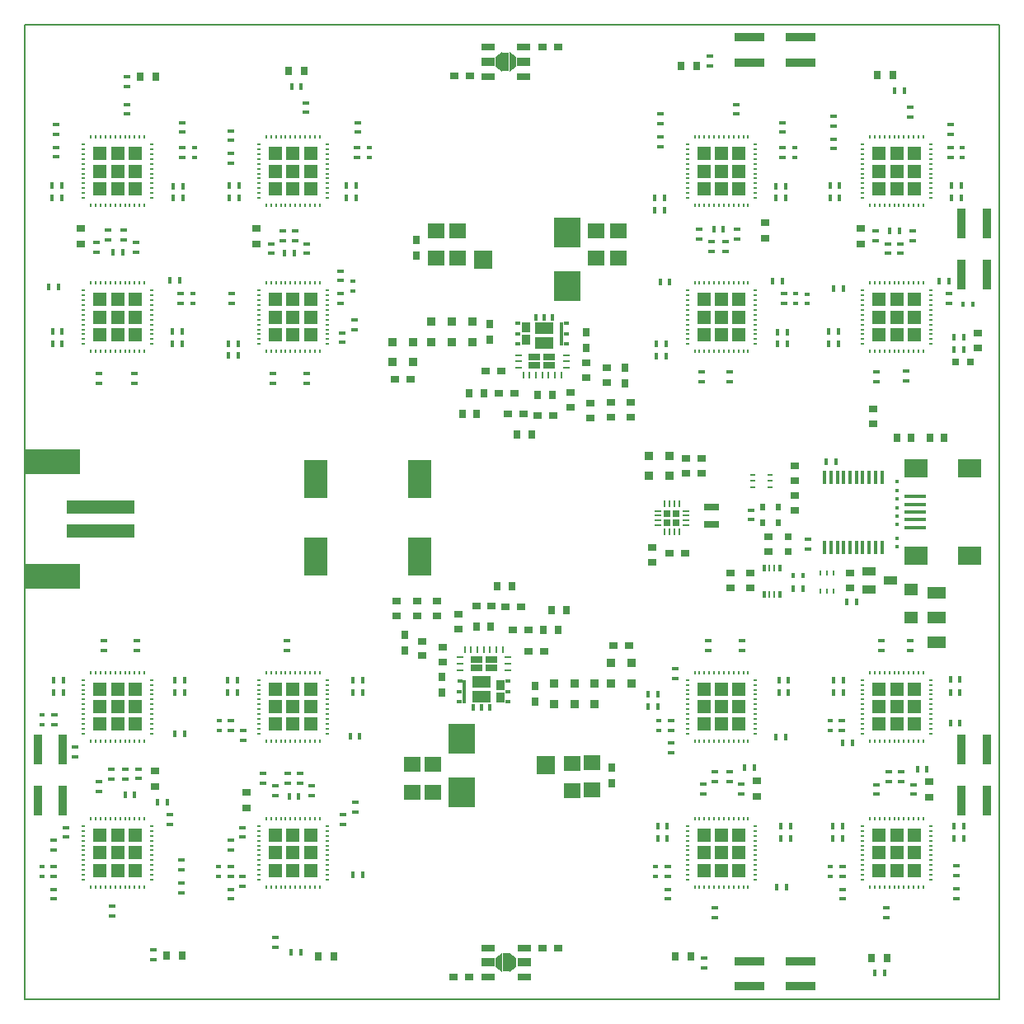
<source format=gtp>
G04 (created by PCBNEW (2013-05-16 BZR 4016)-stable) date 12. 1. 2014 16:37:08*
%MOIN*%
G04 Gerber Fmt 3.4, Leading zero omitted, Abs format*
%FSLAX34Y34*%
G01*
G70*
G90*
G04 APERTURE LIST*
%ADD10C,0.00590551*%
%ADD11R,0.0334646X0.0295276*%
%ADD12R,0.023622X0.0314961*%
%ADD13R,0.0688315X0.0609315*%
%ADD14R,0.0865315X0.0176315*%
%ADD15R,0.0964315X0.0767315*%
%ADD16R,0.0240157X0.00984252*%
%ADD17R,0.0137315X0.0570315*%
%ADD18R,0.0767717X0.0480315*%
%ADD19R,0.0216315X0.0137315*%
%ADD20R,0.124016X0.0374016*%
%ADD21R,0.0374016X0.124016*%
%ADD22R,0.0176315X0.0098315*%
%ADD23R,0.0098315X0.0176315*%
%ADD24R,0.0570866X0.0570866*%
%ADD25R,0.0098315X0.0275315*%
%ADD26R,0.0275315X0.0098315*%
%ADD27R,0.0255906X0.0255906*%
%ADD28R,0.0098315X0.0255315*%
%ADD29R,0.0255315X0.0098315*%
%ADD30R,0.0216535X0.0149606*%
%ADD31R,0.0149606X0.0255906*%
%ADD32R,0.0452756X0.0255906*%
%ADD33R,0.075748X0.0468504*%
%ADD34R,0.0334646X0.0433071*%
%ADD35R,0.0129921X0.096063*%
%ADD36R,0.00984252X0.0240157*%
%ADD37R,0.0177165X0.0177165*%
%ADD38R,0.0137795X0.0275591*%
%ADD39R,0.00984252X0.0275591*%
%ADD40R,0.0531496X0.0374016*%
%ADD41R,0.0295276X0.0295276*%
%ADD42R,0.0531496X0.0492126*%
%ADD43R,0.0728346X0.0767717*%
%ADD44R,0.108268X0.120079*%
%ADD45R,0.0610236X0.0295276*%
%ADD46R,0.0295276X0.0374016*%
%ADD47R,0.0374016X0.0295276*%
%ADD48R,0.0964567X0.155512*%
%ADD49R,0.0295276X0.0334646*%
%ADD50R,0.0374016X0.0374016*%
%ADD51R,0.0334646X0.0255906*%
%ADD52R,0.0255906X0.0334646*%
%ADD53R,0.0255906X0.0177165*%
%ADD54R,0.0177165X0.0255906*%
%ADD55R,0.0216535X0.0177165*%
%ADD56R,0.0177165X0.0216535*%
%ADD57R,0.218504X0.102362*%
%ADD58R,0.273622X0.0531496*%
%ADD59R,0.0571315X0.0256315*%
%ADD60R,0.0571315X0.0374315*%
%ADD61R,0.0295315X0.0767315*%
G04 APERTURE END LIST*
G54D10*
X38779Y-61023D02*
X78149Y-61023D01*
X78149Y-61023D02*
X78149Y-21653D01*
X78149Y-21653D02*
X38779Y-21653D01*
X38779Y-21653D02*
X38779Y-61023D01*
G54D11*
X59705Y-22550D03*
X60334Y-22550D03*
G54D12*
X69242Y-41151D03*
X68592Y-41151D03*
X69242Y-41761D03*
X68592Y-41761D03*
G54D13*
X56279Y-29960D03*
X56279Y-31062D03*
X55413Y-29960D03*
X55413Y-31062D03*
X61850Y-29980D03*
X61850Y-31082D03*
X62775Y-29980D03*
X62775Y-31082D03*
X60885Y-52607D03*
X60885Y-51505D03*
X61712Y-52587D03*
X61712Y-51485D03*
X55275Y-52657D03*
X55275Y-51555D03*
X54429Y-52657D03*
X54429Y-51555D03*
G54D14*
X74763Y-41338D03*
X74763Y-41652D03*
X74763Y-41967D03*
X74763Y-41024D03*
X74763Y-40709D03*
G54D15*
X74803Y-43089D03*
X74803Y-39587D03*
X76948Y-43089D03*
X76948Y-39587D03*
G54D16*
X68905Y-40334D03*
X68181Y-40078D03*
X68905Y-39822D03*
X68905Y-40078D03*
X68181Y-39822D03*
X68181Y-40334D03*
G54D17*
X71112Y-42785D03*
X71368Y-42785D03*
X71624Y-42785D03*
X71880Y-42785D03*
X72136Y-42785D03*
X72390Y-42785D03*
X72646Y-42785D03*
X72902Y-42785D03*
X73158Y-42785D03*
X73414Y-42785D03*
X73414Y-39931D03*
X73158Y-39931D03*
X72902Y-39931D03*
X72646Y-39931D03*
X72390Y-39931D03*
X72136Y-39931D03*
X71880Y-39931D03*
X71624Y-39931D03*
X71368Y-39931D03*
X71112Y-39931D03*
G54D18*
X75629Y-45610D03*
X75629Y-46614D03*
X75629Y-44606D03*
G54D19*
X70403Y-32539D03*
X70403Y-32893D03*
G54D20*
X68051Y-23159D03*
X68051Y-22155D03*
X70137Y-22155D03*
X70137Y-23159D03*
G54D21*
X76643Y-29665D03*
X77647Y-29665D03*
X77647Y-31751D03*
X76643Y-31751D03*
X76643Y-50925D03*
X77647Y-50925D03*
X77647Y-53011D03*
X76643Y-53011D03*
G54D20*
X70137Y-59517D03*
X70137Y-60521D03*
X68051Y-60521D03*
X68051Y-59517D03*
G54D22*
X43896Y-26477D03*
X43896Y-26674D03*
X43896Y-26871D03*
X43896Y-27067D03*
X43896Y-27264D03*
X43896Y-27461D03*
X43896Y-27657D03*
X43896Y-27854D03*
X43896Y-28051D03*
X43896Y-28247D03*
X43896Y-28444D03*
X43896Y-28641D03*
G54D23*
X43601Y-28936D03*
X43404Y-28936D03*
X43207Y-28936D03*
X43011Y-28936D03*
X42814Y-28936D03*
X42617Y-28936D03*
X42421Y-28936D03*
X42224Y-28936D03*
X42027Y-28936D03*
X41831Y-28936D03*
X41634Y-28936D03*
X41437Y-28936D03*
G54D22*
X41142Y-28641D03*
X41142Y-28444D03*
X41142Y-28247D03*
X41142Y-28051D03*
X41142Y-27854D03*
X41142Y-27657D03*
X41142Y-27461D03*
X41142Y-27264D03*
X41142Y-27067D03*
X41142Y-26871D03*
X41142Y-26674D03*
X41142Y-26477D03*
G54D23*
X41437Y-26182D03*
X41634Y-26182D03*
X41831Y-26182D03*
X42027Y-26182D03*
X42224Y-26182D03*
X42421Y-26182D03*
X42617Y-26182D03*
X42814Y-26182D03*
X43011Y-26182D03*
X43207Y-26182D03*
X43404Y-26182D03*
X43601Y-26182D03*
G54D24*
X41811Y-26850D03*
X42519Y-26850D03*
X43228Y-26850D03*
X41811Y-27559D03*
X42519Y-27559D03*
X43228Y-27559D03*
X41811Y-28267D03*
X42519Y-28267D03*
X43228Y-28267D03*
G54D22*
X43896Y-32382D03*
X43896Y-32579D03*
X43896Y-32776D03*
X43896Y-32972D03*
X43896Y-33169D03*
X43896Y-33366D03*
X43896Y-33562D03*
X43896Y-33759D03*
X43896Y-33956D03*
X43896Y-34152D03*
X43896Y-34349D03*
X43896Y-34546D03*
G54D23*
X43601Y-34841D03*
X43404Y-34841D03*
X43207Y-34841D03*
X43011Y-34841D03*
X42814Y-34841D03*
X42617Y-34841D03*
X42421Y-34841D03*
X42224Y-34841D03*
X42027Y-34841D03*
X41831Y-34841D03*
X41634Y-34841D03*
X41437Y-34841D03*
G54D22*
X41142Y-34546D03*
X41142Y-34349D03*
X41142Y-34152D03*
X41142Y-33956D03*
X41142Y-33759D03*
X41142Y-33562D03*
X41142Y-33366D03*
X41142Y-33169D03*
X41142Y-32972D03*
X41142Y-32776D03*
X41142Y-32579D03*
X41142Y-32382D03*
G54D23*
X41437Y-32087D03*
X41634Y-32087D03*
X41831Y-32087D03*
X42027Y-32087D03*
X42224Y-32087D03*
X42421Y-32087D03*
X42617Y-32087D03*
X42814Y-32087D03*
X43011Y-32087D03*
X43207Y-32087D03*
X43404Y-32087D03*
X43601Y-32087D03*
G54D24*
X41811Y-32755D03*
X42519Y-32755D03*
X43228Y-32755D03*
X41811Y-33464D03*
X42519Y-33464D03*
X43228Y-33464D03*
X41811Y-34173D03*
X42519Y-34173D03*
X43228Y-34173D03*
G54D22*
X50983Y-32382D03*
X50983Y-32579D03*
X50983Y-32776D03*
X50983Y-32972D03*
X50983Y-33169D03*
X50983Y-33366D03*
X50983Y-33562D03*
X50983Y-33759D03*
X50983Y-33956D03*
X50983Y-34152D03*
X50983Y-34349D03*
X50983Y-34546D03*
G54D23*
X50688Y-34841D03*
X50491Y-34841D03*
X50294Y-34841D03*
X50098Y-34841D03*
X49901Y-34841D03*
X49704Y-34841D03*
X49508Y-34841D03*
X49311Y-34841D03*
X49114Y-34841D03*
X48918Y-34841D03*
X48721Y-34841D03*
X48524Y-34841D03*
G54D22*
X48229Y-34546D03*
X48229Y-34349D03*
X48229Y-34152D03*
X48229Y-33956D03*
X48229Y-33759D03*
X48229Y-33562D03*
X48229Y-33366D03*
X48229Y-33169D03*
X48229Y-32972D03*
X48229Y-32776D03*
X48229Y-32579D03*
X48229Y-32382D03*
G54D23*
X48524Y-32087D03*
X48721Y-32087D03*
X48918Y-32087D03*
X49114Y-32087D03*
X49311Y-32087D03*
X49508Y-32087D03*
X49704Y-32087D03*
X49901Y-32087D03*
X50098Y-32087D03*
X50294Y-32087D03*
X50491Y-32087D03*
X50688Y-32087D03*
G54D24*
X48897Y-32755D03*
X49606Y-32755D03*
X50314Y-32755D03*
X48897Y-33464D03*
X49606Y-33464D03*
X50314Y-33464D03*
X48897Y-34173D03*
X49606Y-34173D03*
X50314Y-34173D03*
G54D22*
X50983Y-26477D03*
X50983Y-26674D03*
X50983Y-26871D03*
X50983Y-27067D03*
X50983Y-27264D03*
X50983Y-27461D03*
X50983Y-27657D03*
X50983Y-27854D03*
X50983Y-28051D03*
X50983Y-28247D03*
X50983Y-28444D03*
X50983Y-28641D03*
G54D23*
X50688Y-28936D03*
X50491Y-28936D03*
X50294Y-28936D03*
X50098Y-28936D03*
X49901Y-28936D03*
X49704Y-28936D03*
X49508Y-28936D03*
X49311Y-28936D03*
X49114Y-28936D03*
X48918Y-28936D03*
X48721Y-28936D03*
X48524Y-28936D03*
G54D22*
X48229Y-28641D03*
X48229Y-28444D03*
X48229Y-28247D03*
X48229Y-28051D03*
X48229Y-27854D03*
X48229Y-27657D03*
X48229Y-27461D03*
X48229Y-27264D03*
X48229Y-27067D03*
X48229Y-26871D03*
X48229Y-26674D03*
X48229Y-26477D03*
G54D23*
X48524Y-26182D03*
X48721Y-26182D03*
X48918Y-26182D03*
X49114Y-26182D03*
X49311Y-26182D03*
X49508Y-26182D03*
X49704Y-26182D03*
X49901Y-26182D03*
X50098Y-26182D03*
X50294Y-26182D03*
X50491Y-26182D03*
X50688Y-26182D03*
G54D24*
X48897Y-26850D03*
X49606Y-26850D03*
X50314Y-26850D03*
X48897Y-27559D03*
X49606Y-27559D03*
X50314Y-27559D03*
X48897Y-28267D03*
X49606Y-28267D03*
X50314Y-28267D03*
G54D22*
X41142Y-50294D03*
X41142Y-50097D03*
X41142Y-49900D03*
X41142Y-49704D03*
X41142Y-49507D03*
X41142Y-49310D03*
X41142Y-49114D03*
X41142Y-48917D03*
X41142Y-48720D03*
X41142Y-48524D03*
X41142Y-48327D03*
X41142Y-48130D03*
G54D23*
X41437Y-47835D03*
X41634Y-47835D03*
X41831Y-47835D03*
X42027Y-47835D03*
X42224Y-47835D03*
X42421Y-47835D03*
X42617Y-47835D03*
X42814Y-47835D03*
X43011Y-47835D03*
X43207Y-47835D03*
X43404Y-47835D03*
X43601Y-47835D03*
G54D22*
X43896Y-48130D03*
X43896Y-48327D03*
X43896Y-48524D03*
X43896Y-48720D03*
X43896Y-48917D03*
X43896Y-49114D03*
X43896Y-49310D03*
X43896Y-49507D03*
X43896Y-49704D03*
X43896Y-49900D03*
X43896Y-50097D03*
X43896Y-50294D03*
G54D23*
X43601Y-50589D03*
X43404Y-50589D03*
X43207Y-50589D03*
X43011Y-50589D03*
X42814Y-50589D03*
X42617Y-50589D03*
X42421Y-50589D03*
X42224Y-50589D03*
X42027Y-50589D03*
X41831Y-50589D03*
X41634Y-50589D03*
X41437Y-50589D03*
G54D24*
X43228Y-49921D03*
X42519Y-49921D03*
X41811Y-49921D03*
X43228Y-49212D03*
X42519Y-49212D03*
X41811Y-49212D03*
X43228Y-48503D03*
X42519Y-48503D03*
X41811Y-48503D03*
G54D22*
X41142Y-56200D03*
X41142Y-56003D03*
X41142Y-55806D03*
X41142Y-55610D03*
X41142Y-55413D03*
X41142Y-55216D03*
X41142Y-55020D03*
X41142Y-54823D03*
X41142Y-54626D03*
X41142Y-54430D03*
X41142Y-54233D03*
X41142Y-54036D03*
G54D23*
X41437Y-53741D03*
X41634Y-53741D03*
X41831Y-53741D03*
X42027Y-53741D03*
X42224Y-53741D03*
X42421Y-53741D03*
X42617Y-53741D03*
X42814Y-53741D03*
X43011Y-53741D03*
X43207Y-53741D03*
X43404Y-53741D03*
X43601Y-53741D03*
G54D22*
X43896Y-54036D03*
X43896Y-54233D03*
X43896Y-54430D03*
X43896Y-54626D03*
X43896Y-54823D03*
X43896Y-55020D03*
X43896Y-55216D03*
X43896Y-55413D03*
X43896Y-55610D03*
X43896Y-55806D03*
X43896Y-56003D03*
X43896Y-56200D03*
G54D23*
X43601Y-56495D03*
X43404Y-56495D03*
X43207Y-56495D03*
X43011Y-56495D03*
X42814Y-56495D03*
X42617Y-56495D03*
X42421Y-56495D03*
X42224Y-56495D03*
X42027Y-56495D03*
X41831Y-56495D03*
X41634Y-56495D03*
X41437Y-56495D03*
G54D24*
X43228Y-55826D03*
X42519Y-55826D03*
X41811Y-55826D03*
X43228Y-55118D03*
X42519Y-55118D03*
X41811Y-55118D03*
X43228Y-54409D03*
X42519Y-54409D03*
X41811Y-54409D03*
G54D22*
X48229Y-56200D03*
X48229Y-56003D03*
X48229Y-55806D03*
X48229Y-55610D03*
X48229Y-55413D03*
X48229Y-55216D03*
X48229Y-55020D03*
X48229Y-54823D03*
X48229Y-54626D03*
X48229Y-54430D03*
X48229Y-54233D03*
X48229Y-54036D03*
G54D23*
X48524Y-53741D03*
X48721Y-53741D03*
X48918Y-53741D03*
X49114Y-53741D03*
X49311Y-53741D03*
X49508Y-53741D03*
X49704Y-53741D03*
X49901Y-53741D03*
X50098Y-53741D03*
X50294Y-53741D03*
X50491Y-53741D03*
X50688Y-53741D03*
G54D22*
X50983Y-54036D03*
X50983Y-54233D03*
X50983Y-54430D03*
X50983Y-54626D03*
X50983Y-54823D03*
X50983Y-55020D03*
X50983Y-55216D03*
X50983Y-55413D03*
X50983Y-55610D03*
X50983Y-55806D03*
X50983Y-56003D03*
X50983Y-56200D03*
G54D23*
X50688Y-56495D03*
X50491Y-56495D03*
X50294Y-56495D03*
X50098Y-56495D03*
X49901Y-56495D03*
X49704Y-56495D03*
X49508Y-56495D03*
X49311Y-56495D03*
X49114Y-56495D03*
X48918Y-56495D03*
X48721Y-56495D03*
X48524Y-56495D03*
G54D24*
X50314Y-55826D03*
X49606Y-55826D03*
X48897Y-55826D03*
X50314Y-55118D03*
X49606Y-55118D03*
X48897Y-55118D03*
X50314Y-54409D03*
X49606Y-54409D03*
X48897Y-54409D03*
G54D22*
X48229Y-50294D03*
X48229Y-50097D03*
X48229Y-49900D03*
X48229Y-49704D03*
X48229Y-49507D03*
X48229Y-49310D03*
X48229Y-49114D03*
X48229Y-48917D03*
X48229Y-48720D03*
X48229Y-48524D03*
X48229Y-48327D03*
X48229Y-48130D03*
G54D23*
X48524Y-47835D03*
X48721Y-47835D03*
X48918Y-47835D03*
X49114Y-47835D03*
X49311Y-47835D03*
X49508Y-47835D03*
X49704Y-47835D03*
X49901Y-47835D03*
X50098Y-47835D03*
X50294Y-47835D03*
X50491Y-47835D03*
X50688Y-47835D03*
G54D22*
X50983Y-48130D03*
X50983Y-48327D03*
X50983Y-48524D03*
X50983Y-48720D03*
X50983Y-48917D03*
X50983Y-49114D03*
X50983Y-49310D03*
X50983Y-49507D03*
X50983Y-49704D03*
X50983Y-49900D03*
X50983Y-50097D03*
X50983Y-50294D03*
G54D23*
X50688Y-50589D03*
X50491Y-50589D03*
X50294Y-50589D03*
X50098Y-50589D03*
X49901Y-50589D03*
X49704Y-50589D03*
X49508Y-50589D03*
X49311Y-50589D03*
X49114Y-50589D03*
X48918Y-50589D03*
X48721Y-50589D03*
X48524Y-50589D03*
G54D24*
X50314Y-49921D03*
X49606Y-49921D03*
X48897Y-49921D03*
X50314Y-49212D03*
X49606Y-49212D03*
X48897Y-49212D03*
X50314Y-48503D03*
X49606Y-48503D03*
X48897Y-48503D03*
G54D22*
X65552Y-50294D03*
X65552Y-50097D03*
X65552Y-49900D03*
X65552Y-49704D03*
X65552Y-49507D03*
X65552Y-49310D03*
X65552Y-49114D03*
X65552Y-48917D03*
X65552Y-48720D03*
X65552Y-48524D03*
X65552Y-48327D03*
X65552Y-48130D03*
G54D23*
X65847Y-47835D03*
X66044Y-47835D03*
X66241Y-47835D03*
X66437Y-47835D03*
X66634Y-47835D03*
X66831Y-47835D03*
X67027Y-47835D03*
X67224Y-47835D03*
X67421Y-47835D03*
X67617Y-47835D03*
X67814Y-47835D03*
X68011Y-47835D03*
G54D22*
X68306Y-48130D03*
X68306Y-48327D03*
X68306Y-48524D03*
X68306Y-48720D03*
X68306Y-48917D03*
X68306Y-49114D03*
X68306Y-49310D03*
X68306Y-49507D03*
X68306Y-49704D03*
X68306Y-49900D03*
X68306Y-50097D03*
X68306Y-50294D03*
G54D23*
X68011Y-50589D03*
X67814Y-50589D03*
X67617Y-50589D03*
X67421Y-50589D03*
X67224Y-50589D03*
X67027Y-50589D03*
X66831Y-50589D03*
X66634Y-50589D03*
X66437Y-50589D03*
X66241Y-50589D03*
X66044Y-50589D03*
X65847Y-50589D03*
G54D24*
X67637Y-49921D03*
X66929Y-49921D03*
X66220Y-49921D03*
X67637Y-49212D03*
X66929Y-49212D03*
X66220Y-49212D03*
X67637Y-48503D03*
X66929Y-48503D03*
X66220Y-48503D03*
G54D22*
X65552Y-56200D03*
X65552Y-56003D03*
X65552Y-55806D03*
X65552Y-55610D03*
X65552Y-55413D03*
X65552Y-55216D03*
X65552Y-55020D03*
X65552Y-54823D03*
X65552Y-54626D03*
X65552Y-54430D03*
X65552Y-54233D03*
X65552Y-54036D03*
G54D23*
X65847Y-53741D03*
X66044Y-53741D03*
X66241Y-53741D03*
X66437Y-53741D03*
X66634Y-53741D03*
X66831Y-53741D03*
X67027Y-53741D03*
X67224Y-53741D03*
X67421Y-53741D03*
X67617Y-53741D03*
X67814Y-53741D03*
X68011Y-53741D03*
G54D22*
X68306Y-54036D03*
X68306Y-54233D03*
X68306Y-54430D03*
X68306Y-54626D03*
X68306Y-54823D03*
X68306Y-55020D03*
X68306Y-55216D03*
X68306Y-55413D03*
X68306Y-55610D03*
X68306Y-55806D03*
X68306Y-56003D03*
X68306Y-56200D03*
G54D23*
X68011Y-56495D03*
X67814Y-56495D03*
X67617Y-56495D03*
X67421Y-56495D03*
X67224Y-56495D03*
X67027Y-56495D03*
X66831Y-56495D03*
X66634Y-56495D03*
X66437Y-56495D03*
X66241Y-56495D03*
X66044Y-56495D03*
X65847Y-56495D03*
G54D24*
X67637Y-55826D03*
X66929Y-55826D03*
X66220Y-55826D03*
X67637Y-55118D03*
X66929Y-55118D03*
X66220Y-55118D03*
X67637Y-54409D03*
X66929Y-54409D03*
X66220Y-54409D03*
G54D22*
X72638Y-56200D03*
X72638Y-56003D03*
X72638Y-55806D03*
X72638Y-55610D03*
X72638Y-55413D03*
X72638Y-55216D03*
X72638Y-55020D03*
X72638Y-54823D03*
X72638Y-54626D03*
X72638Y-54430D03*
X72638Y-54233D03*
X72638Y-54036D03*
G54D23*
X72933Y-53741D03*
X73130Y-53741D03*
X73327Y-53741D03*
X73523Y-53741D03*
X73720Y-53741D03*
X73917Y-53741D03*
X74113Y-53741D03*
X74310Y-53741D03*
X74507Y-53741D03*
X74703Y-53741D03*
X74900Y-53741D03*
X75097Y-53741D03*
G54D22*
X75392Y-54036D03*
X75392Y-54233D03*
X75392Y-54430D03*
X75392Y-54626D03*
X75392Y-54823D03*
X75392Y-55020D03*
X75392Y-55216D03*
X75392Y-55413D03*
X75392Y-55610D03*
X75392Y-55806D03*
X75392Y-56003D03*
X75392Y-56200D03*
G54D23*
X75097Y-56495D03*
X74900Y-56495D03*
X74703Y-56495D03*
X74507Y-56495D03*
X74310Y-56495D03*
X74113Y-56495D03*
X73917Y-56495D03*
X73720Y-56495D03*
X73523Y-56495D03*
X73327Y-56495D03*
X73130Y-56495D03*
X72933Y-56495D03*
G54D24*
X74724Y-55826D03*
X74015Y-55826D03*
X73307Y-55826D03*
X74724Y-55118D03*
X74015Y-55118D03*
X73307Y-55118D03*
X74724Y-54409D03*
X74015Y-54409D03*
X73307Y-54409D03*
G54D22*
X72638Y-50294D03*
X72638Y-50097D03*
X72638Y-49900D03*
X72638Y-49704D03*
X72638Y-49507D03*
X72638Y-49310D03*
X72638Y-49114D03*
X72638Y-48917D03*
X72638Y-48720D03*
X72638Y-48524D03*
X72638Y-48327D03*
X72638Y-48130D03*
G54D23*
X72933Y-47835D03*
X73130Y-47835D03*
X73327Y-47835D03*
X73523Y-47835D03*
X73720Y-47835D03*
X73917Y-47835D03*
X74113Y-47835D03*
X74310Y-47835D03*
X74507Y-47835D03*
X74703Y-47835D03*
X74900Y-47835D03*
X75097Y-47835D03*
G54D22*
X75392Y-48130D03*
X75392Y-48327D03*
X75392Y-48524D03*
X75392Y-48720D03*
X75392Y-48917D03*
X75392Y-49114D03*
X75392Y-49310D03*
X75392Y-49507D03*
X75392Y-49704D03*
X75392Y-49900D03*
X75392Y-50097D03*
X75392Y-50294D03*
G54D23*
X75097Y-50589D03*
X74900Y-50589D03*
X74703Y-50589D03*
X74507Y-50589D03*
X74310Y-50589D03*
X74113Y-50589D03*
X73917Y-50589D03*
X73720Y-50589D03*
X73523Y-50589D03*
X73327Y-50589D03*
X73130Y-50589D03*
X72933Y-50589D03*
G54D24*
X74724Y-49921D03*
X74015Y-49921D03*
X73307Y-49921D03*
X74724Y-49212D03*
X74015Y-49212D03*
X73307Y-49212D03*
X74724Y-48503D03*
X74015Y-48503D03*
X73307Y-48503D03*
G54D22*
X75392Y-32382D03*
X75392Y-32579D03*
X75392Y-32776D03*
X75392Y-32972D03*
X75392Y-33169D03*
X75392Y-33366D03*
X75392Y-33562D03*
X75392Y-33759D03*
X75392Y-33956D03*
X75392Y-34152D03*
X75392Y-34349D03*
X75392Y-34546D03*
G54D23*
X75097Y-34841D03*
X74900Y-34841D03*
X74703Y-34841D03*
X74507Y-34841D03*
X74310Y-34841D03*
X74113Y-34841D03*
X73917Y-34841D03*
X73720Y-34841D03*
X73523Y-34841D03*
X73327Y-34841D03*
X73130Y-34841D03*
X72933Y-34841D03*
G54D22*
X72638Y-34546D03*
X72638Y-34349D03*
X72638Y-34152D03*
X72638Y-33956D03*
X72638Y-33759D03*
X72638Y-33562D03*
X72638Y-33366D03*
X72638Y-33169D03*
X72638Y-32972D03*
X72638Y-32776D03*
X72638Y-32579D03*
X72638Y-32382D03*
G54D23*
X72933Y-32087D03*
X73130Y-32087D03*
X73327Y-32087D03*
X73523Y-32087D03*
X73720Y-32087D03*
X73917Y-32087D03*
X74113Y-32087D03*
X74310Y-32087D03*
X74507Y-32087D03*
X74703Y-32087D03*
X74900Y-32087D03*
X75097Y-32087D03*
G54D24*
X73307Y-32755D03*
X74015Y-32755D03*
X74724Y-32755D03*
X73307Y-33464D03*
X74015Y-33464D03*
X74724Y-33464D03*
X73307Y-34173D03*
X74015Y-34173D03*
X74724Y-34173D03*
G54D22*
X75392Y-26477D03*
X75392Y-26674D03*
X75392Y-26871D03*
X75392Y-27067D03*
X75392Y-27264D03*
X75392Y-27461D03*
X75392Y-27657D03*
X75392Y-27854D03*
X75392Y-28051D03*
X75392Y-28247D03*
X75392Y-28444D03*
X75392Y-28641D03*
G54D23*
X75097Y-28936D03*
X74900Y-28936D03*
X74703Y-28936D03*
X74507Y-28936D03*
X74310Y-28936D03*
X74113Y-28936D03*
X73917Y-28936D03*
X73720Y-28936D03*
X73523Y-28936D03*
X73327Y-28936D03*
X73130Y-28936D03*
X72933Y-28936D03*
G54D22*
X72638Y-28641D03*
X72638Y-28444D03*
X72638Y-28247D03*
X72638Y-28051D03*
X72638Y-27854D03*
X72638Y-27657D03*
X72638Y-27461D03*
X72638Y-27264D03*
X72638Y-27067D03*
X72638Y-26871D03*
X72638Y-26674D03*
X72638Y-26477D03*
G54D23*
X72933Y-26182D03*
X73130Y-26182D03*
X73327Y-26182D03*
X73523Y-26182D03*
X73720Y-26182D03*
X73917Y-26182D03*
X74113Y-26182D03*
X74310Y-26182D03*
X74507Y-26182D03*
X74703Y-26182D03*
X74900Y-26182D03*
X75097Y-26182D03*
G54D24*
X73307Y-26850D03*
X74015Y-26850D03*
X74724Y-26850D03*
X73307Y-27559D03*
X74015Y-27559D03*
X74724Y-27559D03*
X73307Y-28267D03*
X74015Y-28267D03*
X74724Y-28267D03*
G54D22*
X68306Y-26477D03*
X68306Y-26674D03*
X68306Y-26871D03*
X68306Y-27067D03*
X68306Y-27264D03*
X68306Y-27461D03*
X68306Y-27657D03*
X68306Y-27854D03*
X68306Y-28051D03*
X68306Y-28247D03*
X68306Y-28444D03*
X68306Y-28641D03*
G54D23*
X68011Y-28936D03*
X67814Y-28936D03*
X67617Y-28936D03*
X67421Y-28936D03*
X67224Y-28936D03*
X67027Y-28936D03*
X66831Y-28936D03*
X66634Y-28936D03*
X66437Y-28936D03*
X66241Y-28936D03*
X66044Y-28936D03*
X65847Y-28936D03*
G54D22*
X65552Y-28641D03*
X65552Y-28444D03*
X65552Y-28247D03*
X65552Y-28051D03*
X65552Y-27854D03*
X65552Y-27657D03*
X65552Y-27461D03*
X65552Y-27264D03*
X65552Y-27067D03*
X65552Y-26871D03*
X65552Y-26674D03*
X65552Y-26477D03*
G54D23*
X65847Y-26182D03*
X66044Y-26182D03*
X66241Y-26182D03*
X66437Y-26182D03*
X66634Y-26182D03*
X66831Y-26182D03*
X67027Y-26182D03*
X67224Y-26182D03*
X67421Y-26182D03*
X67617Y-26182D03*
X67814Y-26182D03*
X68011Y-26182D03*
G54D24*
X66220Y-26850D03*
X66929Y-26850D03*
X67637Y-26850D03*
X66220Y-27559D03*
X66929Y-27559D03*
X67637Y-27559D03*
X66220Y-28267D03*
X66929Y-28267D03*
X67637Y-28267D03*
G54D22*
X68306Y-32382D03*
X68306Y-32579D03*
X68306Y-32776D03*
X68306Y-32972D03*
X68306Y-33169D03*
X68306Y-33366D03*
X68306Y-33562D03*
X68306Y-33759D03*
X68306Y-33956D03*
X68306Y-34152D03*
X68306Y-34349D03*
X68306Y-34546D03*
G54D23*
X68011Y-34841D03*
X67814Y-34841D03*
X67617Y-34841D03*
X67421Y-34841D03*
X67224Y-34841D03*
X67027Y-34841D03*
X66831Y-34841D03*
X66634Y-34841D03*
X66437Y-34841D03*
X66241Y-34841D03*
X66044Y-34841D03*
X65847Y-34841D03*
G54D22*
X65552Y-34546D03*
X65552Y-34349D03*
X65552Y-34152D03*
X65552Y-33956D03*
X65552Y-33759D03*
X65552Y-33562D03*
X65552Y-33366D03*
X65552Y-33169D03*
X65552Y-32972D03*
X65552Y-32776D03*
X65552Y-32579D03*
X65552Y-32382D03*
G54D23*
X65847Y-32087D03*
X66044Y-32087D03*
X66241Y-32087D03*
X66437Y-32087D03*
X66634Y-32087D03*
X66831Y-32087D03*
X67027Y-32087D03*
X67224Y-32087D03*
X67421Y-32087D03*
X67617Y-32087D03*
X67814Y-32087D03*
X68011Y-32087D03*
G54D24*
X66220Y-32755D03*
X66929Y-32755D03*
X67637Y-32755D03*
X66220Y-33464D03*
X66929Y-33464D03*
X67637Y-33464D03*
X66220Y-34173D03*
X66929Y-34173D03*
X67637Y-34173D03*
G54D25*
X65214Y-41015D03*
X65017Y-41015D03*
X64821Y-41015D03*
X64624Y-41015D03*
G54D26*
X64349Y-41290D03*
X64349Y-41487D03*
X64349Y-41683D03*
X64349Y-41880D03*
G54D25*
X64624Y-42155D03*
X64821Y-42155D03*
X65017Y-42155D03*
X65214Y-42155D03*
G54D26*
X65489Y-41880D03*
X65489Y-41683D03*
X65489Y-41487D03*
X65489Y-41290D03*
G54D27*
X65096Y-41408D03*
X65096Y-41763D03*
X64742Y-41408D03*
X64742Y-41763D03*
G54D28*
X58917Y-35816D03*
X59173Y-35816D03*
X59429Y-35816D03*
X59685Y-35816D03*
X59940Y-35816D03*
X60196Y-35816D03*
X60452Y-35816D03*
G54D29*
X60649Y-35501D03*
X60649Y-35245D03*
X60649Y-34989D03*
X58721Y-35501D03*
X58721Y-35245D03*
X58721Y-34989D03*
G54D30*
X58700Y-33710D03*
X58700Y-34123D03*
X58700Y-34536D03*
X60669Y-33710D03*
X60669Y-34123D03*
X60659Y-34536D03*
G54D31*
X59773Y-33483D03*
X59438Y-33483D03*
X60108Y-33483D03*
G54D32*
X59960Y-35078D03*
X59370Y-35078D03*
X59370Y-35412D03*
X59960Y-35412D03*
G54D33*
X59773Y-34517D03*
X59773Y-33906D03*
G54D34*
X59025Y-34379D03*
X59025Y-33867D03*
G54D35*
X60472Y-34123D03*
G54D28*
X58089Y-46902D03*
X57833Y-46902D03*
X57577Y-46902D03*
X57322Y-46902D03*
X57066Y-46902D03*
X56810Y-46902D03*
X56554Y-46902D03*
G54D29*
X56358Y-47218D03*
X56358Y-47474D03*
X56358Y-47730D03*
X58286Y-47218D03*
X58286Y-47474D03*
X58286Y-47730D03*
G54D30*
X58306Y-49008D03*
X58306Y-48595D03*
X58306Y-48182D03*
X56337Y-49008D03*
X56337Y-48595D03*
X56347Y-48182D03*
G54D31*
X57233Y-49235D03*
X57568Y-49235D03*
X56898Y-49235D03*
G54D32*
X57046Y-47640D03*
X57636Y-47640D03*
X57636Y-47306D03*
X57046Y-47306D03*
G54D33*
X57233Y-48201D03*
X57233Y-48812D03*
G54D34*
X57981Y-48339D03*
X57981Y-48851D03*
G54D35*
X56534Y-48595D03*
G54D21*
X40285Y-53011D03*
X39281Y-53011D03*
X39281Y-50925D03*
X40285Y-50925D03*
G54D36*
X70944Y-44545D03*
X71200Y-43820D03*
X71456Y-44545D03*
X71200Y-44545D03*
X71456Y-43820D03*
X70944Y-43820D03*
G54D37*
X74025Y-41496D03*
X74025Y-41850D03*
X74025Y-40807D03*
X74025Y-41161D03*
X74035Y-42401D03*
X74035Y-42755D03*
X74025Y-40118D03*
X74025Y-40472D03*
G54D38*
X69291Y-44685D03*
X68661Y-44685D03*
G54D39*
X68877Y-44685D03*
X69074Y-44685D03*
X69074Y-43602D03*
X68877Y-43602D03*
G54D38*
X68661Y-43602D03*
X69291Y-43602D03*
G54D40*
X72883Y-43740D03*
X72883Y-44488D03*
X73750Y-44104D03*
G54D41*
X69616Y-42352D03*
X69616Y-42942D03*
X76407Y-35275D03*
X76998Y-35275D03*
G54D42*
X74596Y-45600D03*
X74596Y-44458D03*
G54D43*
X57290Y-31123D03*
G54D44*
X60696Y-32205D03*
X60696Y-30040D03*
G54D43*
X59838Y-51588D03*
G54D44*
X56432Y-50505D03*
X56432Y-52670D03*
G54D45*
X66525Y-41840D03*
X66525Y-41131D03*
G54D46*
X44074Y-23740D03*
X43444Y-23740D03*
X50068Y-23494D03*
X49438Y-23494D03*
G54D47*
X48139Y-29881D03*
X48139Y-30511D03*
X41023Y-29862D03*
X41023Y-30492D03*
X44015Y-52431D03*
X44015Y-51801D03*
X47746Y-53307D03*
X47746Y-52677D03*
G54D46*
X45127Y-59261D03*
X44498Y-59261D03*
X51259Y-59320D03*
X50629Y-59320D03*
X65078Y-59301D03*
X65708Y-59301D03*
X73011Y-59360D03*
X73641Y-59360D03*
G54D47*
X68366Y-52844D03*
X68366Y-52214D03*
X75324Y-52874D03*
X75324Y-52244D03*
X68681Y-29645D03*
X68681Y-30275D03*
X72559Y-29862D03*
X72559Y-30492D03*
G54D46*
X65285Y-23307D03*
X65915Y-23307D03*
X73238Y-23661D03*
X73868Y-23661D03*
G54D48*
X50515Y-43141D03*
X50515Y-39992D03*
X54736Y-43141D03*
X54736Y-39992D03*
G54D49*
X59409Y-49015D03*
X59409Y-48385D03*
X57559Y-34370D03*
X57559Y-33740D03*
G54D11*
X53740Y-35984D03*
X54370Y-35984D03*
X56764Y-23720D03*
X56135Y-23720D03*
X56724Y-60145D03*
X56095Y-60145D03*
X59705Y-58960D03*
X60334Y-58960D03*
X66122Y-39173D03*
X65492Y-39173D03*
X66122Y-39783D03*
X65492Y-39783D03*
X64842Y-43011D03*
X65472Y-43011D03*
X58204Y-45159D03*
X58833Y-45159D03*
X57644Y-45151D03*
X57015Y-45151D03*
G54D49*
X54114Y-46929D03*
X54114Y-46299D03*
X62500Y-52293D03*
X62500Y-51663D03*
G54D11*
X59118Y-46985D03*
X59747Y-46985D03*
X62559Y-46732D03*
X63188Y-46732D03*
X58507Y-46103D03*
X59136Y-46103D03*
G54D49*
X55645Y-48017D03*
X55645Y-48646D03*
G54D11*
X58936Y-37375D03*
X58307Y-37375D03*
X59511Y-37422D03*
X60140Y-37422D03*
G54D49*
X63031Y-35511D03*
X63031Y-36141D03*
X54606Y-30354D03*
X54606Y-30984D03*
G54D11*
X58038Y-35635D03*
X57409Y-35635D03*
X58573Y-36548D03*
X57944Y-36548D03*
G54D49*
X61464Y-34713D03*
X61464Y-34084D03*
G54D50*
X63996Y-39881D03*
X64822Y-39881D03*
X63996Y-39074D03*
X64822Y-39074D03*
X60157Y-48287D03*
X60157Y-49114D03*
X60984Y-48287D03*
X60984Y-49114D03*
X61811Y-48287D03*
X61811Y-49114D03*
X62460Y-48267D03*
X63287Y-48267D03*
X62460Y-47440D03*
X63287Y-47440D03*
X56850Y-34468D03*
X56850Y-33641D03*
X56023Y-34468D03*
X56023Y-33641D03*
X55196Y-34468D03*
X55196Y-33641D03*
X54468Y-34488D03*
X53641Y-34488D03*
X54468Y-35275D03*
X53641Y-35275D03*
G54D51*
X68110Y-43818D03*
X68110Y-44409D03*
X67312Y-43818D03*
X67312Y-44409D03*
X72145Y-43799D03*
X72145Y-44389D03*
X68818Y-42942D03*
X68818Y-42352D03*
X77283Y-34704D03*
X77283Y-34114D03*
X73051Y-37185D03*
X73051Y-37775D03*
G54D52*
X75354Y-38346D03*
X75944Y-38346D03*
X74606Y-38346D03*
X74015Y-38346D03*
G54D51*
X69911Y-39468D03*
X69911Y-40059D03*
X69911Y-40669D03*
X69911Y-41259D03*
X64133Y-42775D03*
X64133Y-43366D03*
X56303Y-45477D03*
X56303Y-46068D03*
X54830Y-47154D03*
X54830Y-46563D03*
X54633Y-45540D03*
X54633Y-44949D03*
G54D52*
X57857Y-44340D03*
X58448Y-44340D03*
G54D51*
X53811Y-44945D03*
X53811Y-45536D03*
X55440Y-45540D03*
X55440Y-44949D03*
X55653Y-46815D03*
X55653Y-47406D03*
G54D52*
X60062Y-45304D03*
X60653Y-45304D03*
X59723Y-46103D03*
X60314Y-46103D03*
X57606Y-45970D03*
X57015Y-45970D03*
G54D51*
X60834Y-37095D03*
X60834Y-36504D03*
X62307Y-35516D03*
X62307Y-36107D03*
X62464Y-36914D03*
X62464Y-37505D03*
G54D52*
X59259Y-38194D03*
X58668Y-38194D03*
G54D51*
X63267Y-37509D03*
X63267Y-36918D03*
X61645Y-36945D03*
X61645Y-37536D03*
X61456Y-35902D03*
X61456Y-35311D03*
G54D52*
X57043Y-37375D03*
X56452Y-37375D03*
X57322Y-36548D03*
X56731Y-36548D03*
X59503Y-36596D03*
X60094Y-36596D03*
G54D53*
X70423Y-42450D03*
X70423Y-42844D03*
G54D54*
X71988Y-44970D03*
X72381Y-44970D03*
X69832Y-44429D03*
X70226Y-44429D03*
G54D53*
X43366Y-51722D03*
X43366Y-52116D03*
G54D54*
X49448Y-52834D03*
X49842Y-52834D03*
G54D53*
X43966Y-59045D03*
X43966Y-59438D03*
G54D54*
X49931Y-59124D03*
X49537Y-59124D03*
X68248Y-51673D03*
X67854Y-51673D03*
X75246Y-51732D03*
X74852Y-51732D03*
G54D53*
X66220Y-59370D03*
X66220Y-59763D03*
G54D54*
X73523Y-59980D03*
X73129Y-59980D03*
X73740Y-29960D03*
X74133Y-29960D03*
X67007Y-29901D03*
X66614Y-29901D03*
X73946Y-24301D03*
X74340Y-24301D03*
G54D53*
X66456Y-23297D03*
X66456Y-22903D03*
G54D54*
X49665Y-30885D03*
X49271Y-30885D03*
X42342Y-30846D03*
X42736Y-30846D03*
X49547Y-24153D03*
X49940Y-24153D03*
G54D53*
X42913Y-23740D03*
X42913Y-24133D03*
X68129Y-41259D03*
X68129Y-41653D03*
G54D54*
X71171Y-39301D03*
X71564Y-39301D03*
G54D53*
X41948Y-46948D03*
X41948Y-46555D03*
X40797Y-50846D03*
X40797Y-51240D03*
G54D54*
X40314Y-48622D03*
X39921Y-48622D03*
X43208Y-52785D03*
X42814Y-52785D03*
X44842Y-48622D03*
X45236Y-48622D03*
X44842Y-50295D03*
X45236Y-50295D03*
G54D53*
X42834Y-51732D03*
X42834Y-52125D03*
X42263Y-51732D03*
X42263Y-52125D03*
X39970Y-49537D03*
X39970Y-49931D03*
G54D54*
X40314Y-48129D03*
X39921Y-48129D03*
X44842Y-48129D03*
X45236Y-48129D03*
X51919Y-50403D03*
X52312Y-50403D03*
X47362Y-48622D03*
X46968Y-48622D03*
G54D53*
X48405Y-51919D03*
X48405Y-52312D03*
X49350Y-46948D03*
X49350Y-46555D03*
G54D54*
X52027Y-48622D03*
X52421Y-48622D03*
G54D53*
X47598Y-50177D03*
X47598Y-50570D03*
X49881Y-51909D03*
X49881Y-52303D03*
X49389Y-51909D03*
X49389Y-52303D03*
X47106Y-49763D03*
X47106Y-50157D03*
G54D54*
X47362Y-48129D03*
X46968Y-48129D03*
X52027Y-48129D03*
X52421Y-48129D03*
G54D53*
X42283Y-57273D03*
X42283Y-57667D03*
X39940Y-56988D03*
X39940Y-56594D03*
X39940Y-55000D03*
X39940Y-54606D03*
X41771Y-52637D03*
X41771Y-52244D03*
G54D54*
X44124Y-53080D03*
X44517Y-53080D03*
G54D53*
X43287Y-46948D03*
X43287Y-46555D03*
X45098Y-56732D03*
X45098Y-56338D03*
X45098Y-55413D03*
X45098Y-55807D03*
X39940Y-55669D03*
X39940Y-56062D03*
X40433Y-54094D03*
X40433Y-54488D03*
X44622Y-53976D03*
X44622Y-53582D03*
G54D54*
X52037Y-56013D03*
X52431Y-56013D03*
G54D53*
X47086Y-56988D03*
X47086Y-56594D03*
X47086Y-55000D03*
X47086Y-54606D03*
X50374Y-52814D03*
X50374Y-52421D03*
X52125Y-53070D03*
X52125Y-53464D03*
X47578Y-56082D03*
X47578Y-56476D03*
X48897Y-52814D03*
X48897Y-52421D03*
X48887Y-58553D03*
X48887Y-58946D03*
X47086Y-55669D03*
X47086Y-56062D03*
X47578Y-54094D03*
X47578Y-54488D03*
X51633Y-53976D03*
X51633Y-53582D03*
X67736Y-52736D03*
X67736Y-52342D03*
G54D54*
X64350Y-48720D03*
X63956Y-48720D03*
G54D53*
X67775Y-46948D03*
X67775Y-46555D03*
X66397Y-46948D03*
X66397Y-46555D03*
G54D54*
X69251Y-48622D03*
X69645Y-48622D03*
G54D53*
X64901Y-51082D03*
X64901Y-50688D03*
X67263Y-51830D03*
X67263Y-52224D03*
X66673Y-51830D03*
X66673Y-52224D03*
X64901Y-49763D03*
X64901Y-50157D03*
X65078Y-48070D03*
X65078Y-47677D03*
G54D54*
X69251Y-48129D03*
X69645Y-48129D03*
G54D53*
X74704Y-52755D03*
X74704Y-52362D03*
X74547Y-46929D03*
X74547Y-46535D03*
G54D54*
X71850Y-48622D03*
X71456Y-48622D03*
G54D53*
X73405Y-46929D03*
X73405Y-46535D03*
G54D54*
X76181Y-48622D03*
X76574Y-48622D03*
X72234Y-50669D03*
X71840Y-50669D03*
G54D53*
X74212Y-51850D03*
X74212Y-52244D03*
X73700Y-51850D03*
X73700Y-52244D03*
X71811Y-49763D03*
X71811Y-50157D03*
G54D54*
X71850Y-48129D03*
X71456Y-48129D03*
X76181Y-48110D03*
X76574Y-48110D03*
X69163Y-56505D03*
X69557Y-56505D03*
X64350Y-49212D03*
X63956Y-49212D03*
X64744Y-54527D03*
X64350Y-54527D03*
G54D53*
X66181Y-52736D03*
X66181Y-52342D03*
G54D54*
X69330Y-54527D03*
X69724Y-54527D03*
G54D53*
X64763Y-56988D03*
X64763Y-56594D03*
G54D54*
X69143Y-50442D03*
X69537Y-50442D03*
G54D53*
X66649Y-57334D03*
X66649Y-57728D03*
X64763Y-55669D03*
X64763Y-56062D03*
G54D54*
X64744Y-54035D03*
X64350Y-54035D03*
X69330Y-54035D03*
X69724Y-54035D03*
G54D53*
X73610Y-57350D03*
X73610Y-57744D03*
X76417Y-56968D03*
X76417Y-56574D03*
G54D54*
X71830Y-54527D03*
X71437Y-54527D03*
G54D53*
X73208Y-52755D03*
X73208Y-52362D03*
G54D54*
X76338Y-54527D03*
X76732Y-54527D03*
G54D53*
X71830Y-56988D03*
X71830Y-56594D03*
X76417Y-55629D03*
X76417Y-56023D03*
G54D54*
X76181Y-49881D03*
X76574Y-49881D03*
G54D53*
X71830Y-55669D03*
X71830Y-56062D03*
G54D54*
X71830Y-54035D03*
X71437Y-54035D03*
X76338Y-54035D03*
X76732Y-54035D03*
G54D53*
X73188Y-35669D03*
X73188Y-36062D03*
G54D54*
X76338Y-34281D03*
X76732Y-34281D03*
G54D53*
X67263Y-35673D03*
X67263Y-36066D03*
X74397Y-35653D03*
X74397Y-36047D03*
G54D54*
X71653Y-34055D03*
X71259Y-34055D03*
G54D53*
X73661Y-30885D03*
X73661Y-30492D03*
X74173Y-30885D03*
X74173Y-30492D03*
G54D54*
X75728Y-32007D03*
X76122Y-32007D03*
G54D53*
X76141Y-32893D03*
X76141Y-32500D03*
G54D54*
X76338Y-34763D03*
X76732Y-34763D03*
X71653Y-34547D03*
X71259Y-34547D03*
X69192Y-34074D03*
X69586Y-34074D03*
X64842Y-32047D03*
X64448Y-32047D03*
G54D53*
X66043Y-29901D03*
X66043Y-30295D03*
G54D54*
X68996Y-32007D03*
X69389Y-32007D03*
X64685Y-35039D03*
X64291Y-35039D03*
G54D53*
X66122Y-35669D03*
X66122Y-36062D03*
X67086Y-30807D03*
X67086Y-30413D03*
X66535Y-30807D03*
X66535Y-30413D03*
X69448Y-32913D03*
X69448Y-32519D03*
G54D54*
X69192Y-34547D03*
X69586Y-34547D03*
X64685Y-34547D03*
X64291Y-34547D03*
G54D53*
X71456Y-26653D03*
X71456Y-26259D03*
X76181Y-25688D03*
X76181Y-26082D03*
G54D54*
X76240Y-28149D03*
X76633Y-28149D03*
G54D53*
X74665Y-29980D03*
X74665Y-30374D03*
G54D54*
X71712Y-28149D03*
X71318Y-28149D03*
G54D53*
X71456Y-25334D03*
X71456Y-25728D03*
X73169Y-29980D03*
X73169Y-30374D03*
X74551Y-25370D03*
X74551Y-24976D03*
X76181Y-27007D03*
X76181Y-26614D03*
G54D54*
X76240Y-28641D03*
X76633Y-28641D03*
X71712Y-28641D03*
X71318Y-28641D03*
G54D53*
X64468Y-25255D03*
X64468Y-25649D03*
G54D54*
X69133Y-28169D03*
X69527Y-28169D03*
G54D53*
X69409Y-25590D03*
X69409Y-25984D03*
X67578Y-29901D03*
X67578Y-30295D03*
G54D54*
X71860Y-32312D03*
X71466Y-32312D03*
X64625Y-29133D03*
X64232Y-29133D03*
G54D53*
X64468Y-26574D03*
X64468Y-26181D03*
X67519Y-25255D03*
X67519Y-24862D03*
X69389Y-27007D03*
X69389Y-26614D03*
G54D54*
X69133Y-28641D03*
X69527Y-28641D03*
X64625Y-28641D03*
X64232Y-28641D03*
G54D53*
X47125Y-32893D03*
X47125Y-32500D03*
X50177Y-30885D03*
X50177Y-30492D03*
X48740Y-30885D03*
X48740Y-30492D03*
X52086Y-33582D03*
X52086Y-33976D03*
X49192Y-29980D03*
X49192Y-30374D03*
X48799Y-35748D03*
X48799Y-36141D03*
G54D54*
X47401Y-35019D03*
X47007Y-35019D03*
G54D53*
X51535Y-31594D03*
X51535Y-31988D03*
X51535Y-32913D03*
X51535Y-32519D03*
X51594Y-34488D03*
X51594Y-34094D03*
G54D54*
X47401Y-34527D03*
X47007Y-34527D03*
G54D53*
X43208Y-35748D03*
X43208Y-36141D03*
X43259Y-30842D03*
X43259Y-30448D03*
X41653Y-30846D03*
X41653Y-30452D03*
G54D54*
X44744Y-34055D03*
X45137Y-34055D03*
G54D53*
X41771Y-35748D03*
X41771Y-36141D03*
G54D54*
X40275Y-34055D03*
X39881Y-34055D03*
X44645Y-31988D03*
X45039Y-31988D03*
X40127Y-32234D03*
X39734Y-32234D03*
G54D53*
X45059Y-32893D03*
X45059Y-32500D03*
G54D54*
X40275Y-34547D03*
X39881Y-34547D03*
X44744Y-34547D03*
X45137Y-34547D03*
G54D53*
X50137Y-25188D03*
X50137Y-24795D03*
X47106Y-27244D03*
X47106Y-26850D03*
X52224Y-25590D03*
X52224Y-25984D03*
X50149Y-35748D03*
X50149Y-36141D03*
G54D54*
X51771Y-28149D03*
X52165Y-28149D03*
G54D53*
X49685Y-29980D03*
X49685Y-30374D03*
X47106Y-25925D03*
X47106Y-26318D03*
G54D54*
X47421Y-28149D03*
X47027Y-28149D03*
G54D53*
X52204Y-27007D03*
X52204Y-26614D03*
G54D54*
X47421Y-28641D03*
X47027Y-28641D03*
X51771Y-28641D03*
X52165Y-28641D03*
G54D53*
X40039Y-26988D03*
X40039Y-26594D03*
X42145Y-29940D03*
X42145Y-30334D03*
X42775Y-29940D03*
X42775Y-30334D03*
G54D54*
X44763Y-28169D03*
X45157Y-28169D03*
G54D53*
X45137Y-25590D03*
X45137Y-25984D03*
G54D54*
X40255Y-28149D03*
X39862Y-28149D03*
G54D53*
X45137Y-27007D03*
X45137Y-26614D03*
G54D54*
X44763Y-28641D03*
X45157Y-28641D03*
G54D53*
X40039Y-25669D03*
X40039Y-26062D03*
X42905Y-25251D03*
X42905Y-24858D03*
G54D54*
X40255Y-28641D03*
X39862Y-28641D03*
G54D55*
X45629Y-27007D03*
X45629Y-26614D03*
X45551Y-32893D03*
X45551Y-32500D03*
X52027Y-32401D03*
X52027Y-32007D03*
X52696Y-27007D03*
X52696Y-26614D03*
X46614Y-49763D03*
X46614Y-50157D03*
X46594Y-55669D03*
X46594Y-56062D03*
X39448Y-55669D03*
X39448Y-56062D03*
X39478Y-49537D03*
X39478Y-49931D03*
G54D56*
X70216Y-43897D03*
X69822Y-43897D03*
G54D55*
X76673Y-27007D03*
X76673Y-26614D03*
G54D56*
X76692Y-32952D03*
X77086Y-32952D03*
G54D55*
X69921Y-32913D03*
X69921Y-32519D03*
X69881Y-27007D03*
X69881Y-26614D03*
X64409Y-49763D03*
X64409Y-50157D03*
X64271Y-55669D03*
X64271Y-56062D03*
X71338Y-55669D03*
X71338Y-56062D03*
X71318Y-49763D03*
X71318Y-50157D03*
G54D57*
X39911Y-43937D03*
X39911Y-39311D03*
G54D58*
X41840Y-41131D03*
X41840Y-42116D03*
G54D10*
G36*
X58358Y-22755D02*
X58633Y-22952D01*
X58633Y-23327D01*
X58358Y-23524D01*
X58358Y-22755D01*
X58358Y-22755D01*
G37*
G54D59*
X58939Y-22549D03*
X58939Y-23731D03*
X57481Y-22549D03*
G54D60*
X57481Y-23140D03*
G54D59*
X57481Y-23731D03*
G54D60*
X58939Y-23140D03*
G54D10*
G36*
X58061Y-23524D02*
X57786Y-23327D01*
X57786Y-22952D01*
X58061Y-22755D01*
X58061Y-23524D01*
X58061Y-23524D01*
G37*
G54D61*
X58210Y-23140D03*
G54D10*
G36*
X58071Y-59934D02*
X57796Y-59737D01*
X57796Y-59362D01*
X58071Y-59165D01*
X58071Y-59934D01*
X58071Y-59934D01*
G37*
G54D59*
X57491Y-60141D03*
X57491Y-58959D03*
X58949Y-60141D03*
G54D60*
X58949Y-59550D03*
G54D59*
X58949Y-58959D03*
G54D60*
X57491Y-59550D03*
G54D10*
G36*
X58368Y-59165D02*
X58643Y-59362D01*
X58643Y-59737D01*
X58368Y-59934D01*
X58368Y-59165D01*
X58368Y-59165D01*
G37*
G54D61*
X58220Y-59550D03*
M02*

</source>
